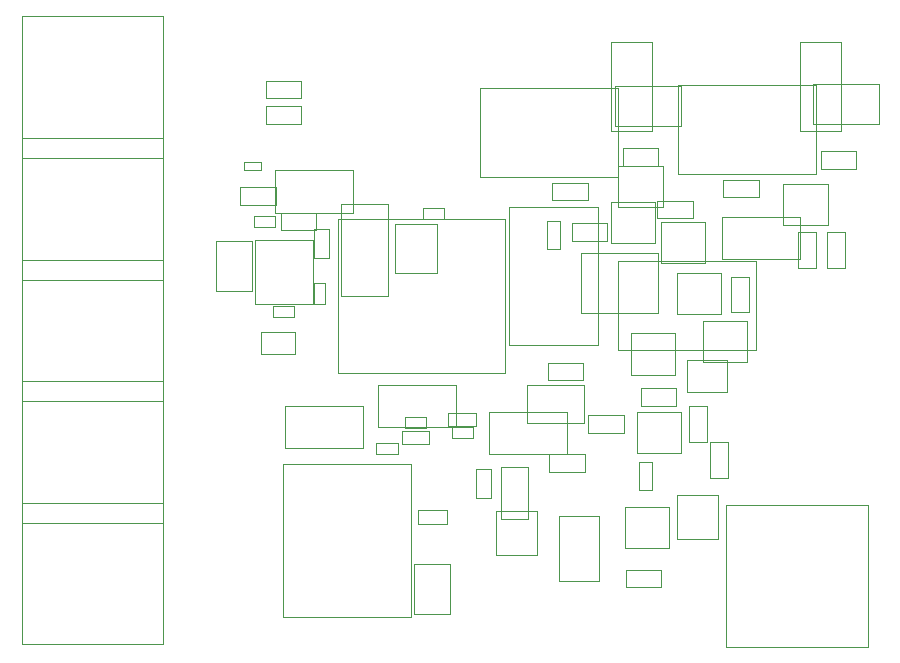
<source format=gbr>
%FSTAX23Y23*%
%MOIN*%
%SFA1B1*%

%IPPOS*%
%ADD77C,0.001970*%
%ADD78C,0.003940*%
%LNpwr_board_final_mechanical_15-1*%
%LPD*%
G54D77*
X01801Y01379D02*
X01919D01*
Y0132D02*
Y01379D01*
X01801Y0132D02*
X01919D01*
X01801D02*
Y01379D01*
X01932Y01311D02*
X02079D01*
X01932D02*
Y01448D01*
X02079*
Y01311D02*
Y01448D01*
X02424Y01465D02*
Y01524D01*
X02305Y01465D02*
X02424D01*
X02305D02*
Y01524D01*
X02424*
X02615Y0123D02*
Y01349D01*
X02556Y0123D02*
X02615D01*
X02556D02*
Y01349D01*
X02615*
X02653Y01371D02*
Y01508D01*
X02506Y01371D02*
X02653D01*
X02506D02*
Y01508D01*
X02653*
X0271Y0123D02*
Y01349D01*
X02651Y0123D02*
X0271D01*
X02651D02*
Y01349D01*
X0271*
X01854Y01455D02*
Y01514D01*
X01735Y01455D02*
X01854D01*
X01735D02*
Y01514D01*
X01854*
X01189Y01137D02*
Y01442D01*
X01032D02*
X01189D01*
X01032Y01137D02*
Y01442D01*
Y01137D02*
X01189D01*
X0263Y0156D02*
Y01619D01*
X02749*
Y0156D02*
Y01619D01*
X0263Y0156D02*
X02749D01*
X0197Y0157D02*
Y01629D01*
X02089*
Y0157D02*
Y01629D01*
X0197Y0157D02*
X02089D01*
X01211Y01212D02*
X0135D01*
X01211D02*
Y01377D01*
X0135*
Y01212D02*
Y01377D01*
X01956Y01568D02*
X02103D01*
X01956Y01431D02*
Y01568D01*
Y01431D02*
X02103D01*
Y01568*
X01304Y01391D02*
Y01428D01*
X01375*
Y01391D02*
Y01428D01*
X01304Y01391D02*
X01375D01*
X0198Y00224D02*
X02099D01*
Y00165D02*
Y00224D01*
X0198Y00165D02*
X02099D01*
X0198D02*
Y00224D01*
X00838Y00067D02*
X01263D01*
X00838D02*
Y00577D01*
X01263*
Y00067D02*
Y00577D01*
X02237Y01053D02*
X02384D01*
Y00916D02*
Y01053D01*
X02237Y00916D02*
X02384D01*
X02237D02*
Y01053D01*
X02146Y00873D02*
Y01011D01*
X01998D02*
X02146D01*
X01998Y00873D02*
Y01011D01*
Y00873D02*
X02146D01*
X02152Y01076D02*
X02299D01*
X02152D02*
Y01213D01*
X02299*
Y01076D02*
Y01213D01*
X02017Y00611D02*
Y00748D01*
Y00611D02*
X02164D01*
Y00748*
X02017D02*
X02164D01*
X02289Y00326D02*
Y00473D01*
X02152Y00326D02*
X02289D01*
X02152D02*
Y00473D01*
X02289*
X01977Y00296D02*
Y00433D01*
Y00296D02*
X02124D01*
Y00433*
X01977D02*
X02124D01*
X01684Y00271D02*
Y00418D01*
X01547Y00271D02*
X01684D01*
X01547D02*
Y00418D01*
X01684*
X02244Y01246D02*
Y01383D01*
X02097D02*
X02244D01*
X02097Y01246D02*
Y01383D01*
Y01246D02*
X02244D01*
X0083Y01414D02*
X00949D01*
Y01355D02*
Y01414D01*
X0083Y01355D02*
X00949D01*
X0083D02*
Y01414D01*
X01579Y0088D02*
Y01392D01*
X01022D02*
X01579D01*
X01022Y0088D02*
Y01392D01*
Y0088D02*
X01579D01*
X01244Y00733D02*
X01315D01*
X01244Y00696D02*
Y00733D01*
Y00696D02*
X01315D01*
Y00733*
X01726Y00609D02*
X01844D01*
Y0055D02*
Y00609D01*
X01726Y0055D02*
X01844D01*
X01726D02*
Y00609D01*
X01721Y00914D02*
X01839D01*
Y00855D02*
Y00914D01*
X01721Y00855D02*
X01839D01*
X01721D02*
Y00914D01*
X02024Y00488D02*
X02067D01*
Y00581*
X02024D02*
X02067D01*
X02024Y00488D02*
Y00581D01*
X02191Y0065D02*
Y00769D01*
X0225*
Y0065D02*
Y00769D01*
X02191Y0065D02*
X0225D01*
X0232Y0053D02*
Y00649D01*
X02261Y0053D02*
X0232D01*
X02261D02*
Y00649D01*
X0232*
X01856Y00739D02*
X01974D01*
Y0068D02*
Y00739D01*
X01856Y0068D02*
X01974D01*
X01856D02*
Y00739D01*
X01565Y00394D02*
Y00565D01*
Y00394D02*
X01656D01*
Y00565*
X01565D02*
X01656D01*
X014Y00698D02*
X01471D01*
X014Y00661D02*
Y00698D01*
Y00661D02*
X01471D01*
Y00698*
X01482Y00703D02*
Y00746D01*
X01389Y00703D02*
X01482D01*
X01389D02*
Y00746D01*
X01482*
X01287Y00375D02*
X01383D01*
Y00424*
X01287D02*
X01383D01*
X01287Y00375D02*
Y00424D01*
X01326Y00643D02*
Y00686D01*
X01233Y00643D02*
X01326D01*
X01233D02*
Y00686D01*
X01326*
X01149Y00646D02*
X01221D01*
X01149Y0061D02*
Y00646D01*
Y0061D02*
X01221D01*
Y00646*
X01395Y00075D02*
Y00241D01*
X01276D02*
X01395D01*
X01276Y00075D02*
Y00241D01*
Y00075D02*
X01395D01*
X01481Y00463D02*
Y00559D01*
Y00463D02*
X0153D01*
Y00559*
X01481D02*
X0153D01*
X02204Y01395D02*
Y01454D01*
X02085D02*
X02204D01*
X02085Y01395D02*
Y01454D01*
Y01395D02*
X02204D01*
X0078Y01795D02*
Y01854D01*
Y01795D02*
X00899D01*
Y01854*
X0078D02*
X00899D01*
X0078Y0171D02*
Y01769D01*
Y0171D02*
X00899D01*
Y01769*
X0078D02*
X00899D01*
X02331Y01082D02*
X0239D01*
Y012*
X02331D02*
X0239D01*
X02331Y01082D02*
Y012D01*
X02149Y0077D02*
Y00829D01*
X02031D02*
X02149D01*
X02031Y0077D02*
Y00829D01*
Y0077D02*
X02149D01*
X01762Y01293D02*
Y01386D01*
X01719Y01293D02*
X01762D01*
X01719D02*
Y01386D01*
X01762*
X02562Y01983D02*
X02697D01*
X02562Y01686D02*
Y01983D01*
Y01686D02*
X02697D01*
Y01983*
X01932D02*
X02068D01*
X01932Y01686D02*
Y01983D01*
Y01686D02*
X02068D01*
Y01983*
X02183Y00816D02*
Y00923D01*
Y00816D02*
X02317D01*
Y00923*
X02183D02*
X02317D01*
X00616Y01151D02*
X00735D01*
Y01318*
X00616D02*
X00735D01*
X00616Y01151D02*
Y01318D01*
X00811Y01366D02*
Y01403D01*
X0074D02*
X00811D01*
X0074Y01366D02*
Y01403D01*
Y01366D02*
X00811D01*
X00696Y0144D02*
Y01499D01*
Y0144D02*
X00814D01*
Y01499*
X00696D02*
X00814D01*
X00707Y01555D02*
Y01584D01*
Y01555D02*
X00763D01*
Y01584*
X00707D02*
X00763D01*
X00942Y01109D02*
X00979D01*
Y0118*
X00942D02*
X00979D01*
X00942Y01109D02*
Y0118D01*
X00941Y01261D02*
X0099D01*
Y01358*
X00941D02*
X0099D01*
X00941Y01261D02*
Y01358D01*
X00763Y00944D02*
X00878D01*
X00763D02*
Y01015D01*
X00878*
Y00944D02*
Y01015D01*
X00876Y01066D02*
Y01103D01*
X00805D02*
X00876D01*
X00805Y01066D02*
Y01103D01*
Y01066D02*
X00876D01*
G54D78*
X01591Y00973D02*
X01888D01*
Y01433*
X01591D02*
X01888D01*
X01591Y00973D02*
Y01433D01*
X01953Y01253D02*
X02413D01*
Y00956D02*
Y01253D01*
X01953Y00956D02*
X02413D01*
X01953D02*
Y01253D01*
X02788Y-00033D02*
Y00438D01*
X02316D02*
X02788D01*
X02316Y-00033D02*
Y00438D01*
Y-00033D02*
X02788D01*
X02606Y01708D02*
X02823D01*
Y01841*
X02606D02*
X02823D01*
X02606Y01708D02*
Y01841D01*
X01946Y01703D02*
Y01836D01*
X02163*
Y01703D02*
Y01836D01*
X01946Y01703D02*
X02163D01*
X02153Y01541D02*
Y01838D01*
Y01541D02*
X02613D01*
Y01838*
X02153D02*
X02613D01*
X01493Y01531D02*
Y01828D01*
Y01531D02*
X01953D01*
Y01828*
X01493D02*
X01953D01*
X01651Y00711D02*
X0184D01*
X01651D02*
Y00838D01*
X0184*
Y00711D02*
Y00838D01*
X01106Y00629D02*
Y0077D01*
X00845Y00629D02*
X01106D01*
X00845D02*
Y0077D01*
X01106*
X01415Y00699D02*
Y0084D01*
X01154Y00699D02*
X01415D01*
X01154D02*
Y0084D01*
X01415*
X01758Y00186D02*
Y00403D01*
X01892*
Y00186D02*
Y00403D01*
X01758Y00186D02*
X01892D01*
X01525Y00609D02*
X01786D01*
Y0075*
X01525D02*
X01786D01*
X01525Y00609D02*
Y0075D01*
X02561Y01259D02*
Y014D01*
X023D02*
X02561D01*
X023Y01259D02*
Y014D01*
Y01259D02*
X02561D01*
X-00032Y-00024D02*
X00439D01*
Y00447*
X-00032D02*
X00439D01*
X-00032Y-00024D02*
Y00447D01*
X01832Y01079D02*
Y0128D01*
X02088*
Y01079D02*
Y0128D01*
X01832Y01079D02*
X02088D01*
X-00032Y01597D02*
X00439D01*
Y02069*
X-00032D02*
X00439D01*
X-00032Y01597D02*
Y02069D01*
Y0119D02*
X00439D01*
Y01662*
X-00032D02*
X00439D01*
X-00032Y0119D02*
Y01662D01*
Y0038D02*
X00439D01*
Y00852*
X-00032D02*
X00439D01*
X-00032Y0038D02*
Y00852D01*
Y00785D02*
X00439D01*
Y01257*
X-00032D02*
X00439D01*
X-00032Y00785D02*
Y01257D01*
X01071Y01414D02*
Y01555D01*
X0081D02*
X01071D01*
X0081Y01414D02*
Y01555D01*
Y01414D02*
X01071D01*
X00744Y01321D02*
X00937D01*
X00744Y01108D02*
Y01321D01*
Y01108D02*
X00937D01*
Y01321*
M02*
</source>
